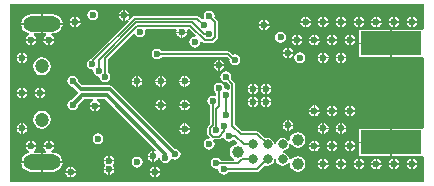
<source format=gbl>
%FSTAX43Y43*%
%MOMM*%
%SFA1B1*%

%IPPOS*%
%ADD12R,5.079990X2.031996*%
%ADD29C,0.150000*%
%ADD31C,0.200000*%
%ADD35C,0.999998*%
%ADD36C,1.199998*%
%ADD37O,3.199994X1.299997*%
%ADD38C,0.599999*%
%ADD46C,0.799998*%
%ADD47C,0.349999*%
%LNzooidreceiverpcb-1*%
%LPD*%
G36*
X0034999Y0012981D02*
X0034939Y0012856D01*
X0034849*
X0032324*
Y001169*
Y0010524*
X0034849*
X0034939*
X0034999Y0010399*
Y0004599*
X0034939Y0004474*
X0034849*
X0032324*
Y0003308*
Y0002142*
X0034849*
X0034939*
X0034999Y0002017*
Y0*
X0*
Y0014999*
X0034999*
Y0012981*
G37*
%LNzooidreceiverpcb-2*%
%LPC*%
G36*
X0001074Y0004943D02*
Y0004574D01*
X0001443*
X0001423Y0004675*
X0001323Y0004823*
X0001175Y0004923*
X0001074Y0004943*
G37*
G36*
X0026424D02*
X0026323Y0004923D01*
X0026175Y0004823*
X0026075Y0004675*
X0026055Y0004574*
X0026424*
Y0004943*
G37*
G36*
X0026574D02*
Y0004574D01*
X0026943*
X0026923Y0004675*
X0026823Y0004823*
X0026675Y0004923*
X0026574Y0004943*
G37*
G36*
X0000924D02*
X0000823Y0004923D01*
X0000675Y0004823*
X0000575Y0004675*
X0000555Y0004574*
X0000924*
Y0004943*
G37*
G36*
X0002674Y0006014D02*
X0002381Y0005956D01*
X0002133Y000579*
X0001968Y0005542*
X0001909Y0005249*
X0001968Y0004956*
X0002133Y0004708*
X0002381Y0004543*
X0002674Y0004484*
X0002967Y0004543*
X0003215Y0004708*
X000338Y0004956*
X0003439Y0005249*
X000338Y0005542*
X0003215Y000579*
X0002967Y0005956*
X0002674Y0006014*
G37*
G36*
X0014674Y0004918D02*
X0014573Y0004898D01*
X0014425Y0004798*
X0014325Y000465*
X0014305Y0004549*
X0014674*
Y0004918*
G37*
G36*
X0014824D02*
Y0004549D01*
X0015193*
X0015173Y000465*
X0015073Y0004798*
X0014925Y0004898*
X0014824Y0004918*
G37*
G36*
X0025674Y0005924D02*
X0025305D01*
X0025325Y0005823*
X0025425Y0005675*
X0025573Y0005575*
X0025674Y0005555*
Y0005924*
G37*
G36*
X0026193D02*
X0025824D01*
Y0005555*
X0025925Y0005575*
X0026073Y0005675*
X0026173Y0005823*
X0026193Y0005924*
G37*
G36*
X0027174D02*
X0026805D01*
X0026825Y0005823*
X0026925Y0005675*
X0027073Y0005575*
X0027174Y0005555*
Y0005924*
G37*
G36*
X0023574Y0005193D02*
Y0004824D01*
X0023943*
X0023923Y0004925*
X0023823Y0005073*
X0023675Y0005173*
X0023574Y0005193*
G37*
G36*
X0027924Y0004943D02*
X0027823Y0004923D01*
X0027675Y0004823*
X0027575Y0004675*
X0027555Y0004574*
X0027924*
Y0004943*
G37*
G36*
X0028074D02*
Y0004574D01*
X0028443*
X0028423Y0004675*
X0028323Y0004823*
X0028175Y0004923*
X0028074Y0004943*
G37*
G36*
X0023424Y0005193D02*
X0023323Y0005173D01*
X0023175Y0005073*
X0023075Y0004925*
X0023055Y0004824*
X0023424*
Y0005193*
G37*
G36*
X0023943Y0004674D02*
X0023574D01*
Y0004305*
X0023675Y0004325*
X0023823Y0004425*
X0023923Y0004573*
X0023943Y0004674*
G37*
G36*
X0032174Y0004474D02*
X0029559D01*
Y0003383*
X0032174*
Y0004474*
G37*
G36*
X0014674Y0004399D02*
X0014305D01*
X0014325Y0004298*
X0014425Y000415*
X0014573Y000405*
X0014674Y000403*
Y0004399*
G37*
G36*
X0015193D02*
X0014824D01*
Y000403*
X0014925Y000405*
X0015073Y000415*
X0015173Y0004298*
X0015193Y0004399*
G37*
G36*
X0007424Y0004083D02*
X0007248Y0004048D01*
X00071Y0003948*
X0007Y00038*
X0006965Y0003624*
X0007Y0003448*
X00071Y00033*
X0007248Y00032*
X0007424Y0003165*
X00076Y00032*
X0007748Y00033*
X0007848Y0003448*
X0007883Y0003624*
X0007848Y00038*
X0007748Y0003948*
X00076Y0004048*
X0007424Y0004083*
G37*
G36*
X0027324Y0003443D02*
Y0003074D01*
X0027693*
X0027673Y0003175*
X0027573Y0003323*
X0027425Y0003423*
X0027324Y0003443*
G37*
G36*
X0028674D02*
X0028573Y0003423D01*
X0028425Y0003323*
X0028325Y0003175*
X0028305Y0003074*
X0028674*
Y0003443*
G37*
G36*
X0028824D02*
Y0003074D01*
X0029193*
X0029173Y0003175*
X0029073Y0003323*
X0028925Y0003423*
X0028824Y0003443*
G37*
G36*
X0027924Y0004424D02*
X0027555D01*
X0027575Y0004323*
X0027675Y0004175*
X0027823Y0004075*
X0027924Y0004055*
Y0004424*
G37*
G36*
X0028443D02*
X0028074D01*
Y0004055*
X0028175Y0004075*
X0028323Y0004175*
X0028423Y0004323*
X0028443Y0004424*
G37*
G36*
X0023424Y0004674D02*
X0023055D01*
X0023075Y0004573*
X0023175Y0004425*
X0023323Y0004325*
X0023424Y0004305*
Y0004674*
G37*
G36*
X0026943Y0004424D02*
X0026574D01*
Y0004055*
X0026675Y0004075*
X0026823Y0004175*
X0026923Y0004323*
X0026943Y0004424*
G37*
G36*
X0000924D02*
X0000555D01*
X0000575Y0004323*
X0000675Y0004175*
X0000823Y0004075*
X0000924Y0004055*
Y0004424*
G37*
G36*
X0001443D02*
X0001074D01*
Y0004055*
X0001175Y0004075*
X0001323Y0004175*
X0001423Y0004323*
X0001443Y0004424*
G37*
G36*
X0026424D02*
X0026055D01*
X0026075Y0004323*
X0026175Y0004175*
X0026323Y0004075*
X0026424Y0004055*
Y0004424*
G37*
G36*
X0027693Y0005924D02*
X0027324D01*
Y0005555*
X0027425Y0005575*
X0027573Y0005675*
X0027673Y0005823*
X0027693Y0005924*
G37*
G36*
X0012799Y0006918D02*
Y0006549D01*
X0013168*
X0013148Y000665*
X0013048Y0006798*
X00129Y0006898*
X0012799Y0006918*
G37*
G36*
X0014674D02*
X0014573Y0006898D01*
X0014425Y0006798*
X0014325Y000665*
X0014305Y0006549*
X0014674*
Y0006918*
G37*
G36*
X0014824D02*
Y0006549D01*
X0015193*
X0015173Y000665*
X0015073Y0006798*
X0014925Y0006898*
X0014824Y0006918*
G37*
G36*
X0012649D02*
X0012548Y0006898D01*
X00124Y0006798*
X00123Y000665*
X001228Y0006549*
X0012649*
Y0006918*
G37*
G36*
X0020993Y0006699D02*
X0020624D01*
Y000633*
X0020725Y000635*
X0020873Y000645*
X0020973Y0006598*
X0020993Y0006699*
G37*
G36*
X0021574D02*
X0021205D01*
X0021225Y0006598*
X0021325Y000645*
X0021473Y000635*
X0021574Y000633*
Y0006699*
G37*
G36*
X0022093D02*
X0021724D01*
Y000633*
X0021825Y000635*
X0021973Y000645*
X0022073Y0006598*
X0022093Y0006699*
G37*
G36*
X0000924Y0007424D02*
X0000555D01*
X0000575Y0007323*
X0000675Y0007175*
X0000823Y0007075*
X0000924Y0007055*
Y0007424*
G37*
G36*
X0001443D02*
X0001074D01*
Y0007055*
X0001175Y0007075*
X0001323Y0007175*
X0001423Y0007323*
X0001443Y0007424*
G37*
G36*
X0002424D02*
X0002055D01*
X0002075Y0007323*
X0002175Y0007175*
X0002323Y0007075*
X0002424Y0007055*
Y0007424*
G37*
G36*
X0021724Y0007218D02*
Y0006849D01*
X0022093*
X0022073Y000695*
X0021973Y0007098*
X0021825Y0007198*
X0021724Y0007218*
G37*
G36*
X0020474D02*
X0020373Y0007198D01*
X0020225Y0007098*
X0020125Y000695*
X0020105Y0006849*
X0020474*
Y0007218*
G37*
G36*
X0020624D02*
Y0006849D01*
X0020993*
X0020973Y000695*
X0020873Y0007098*
X0020725Y0007198*
X0020624Y0007218*
G37*
G36*
X0021574D02*
X0021473Y0007198D01*
X0021325Y0007098*
X0021225Y000695*
X0021205Y0006849*
X0021574*
Y0007218*
G37*
G36*
X0020474Y0006699D02*
X0020105D01*
X0020125Y0006598*
X0020225Y000645*
X0020373Y000635*
X0020474Y000633*
Y0006699*
G37*
G36*
X0012649Y0006399D02*
X001228D01*
X00123Y0006298*
X00124Y000615*
X0012548Y000605*
X0012649Y000603*
Y0006399*
G37*
G36*
X0013168D02*
X0012799D01*
Y000603*
X00129Y000605*
X0013048Y000615*
X0013148Y0006298*
X0013168Y0006399*
G37*
G36*
X0014674D02*
X0014305D01*
X0014325Y0006298*
X0014425Y000615*
X0014573Y000605*
X0014674Y000603*
Y0006399*
G37*
G36*
X0007618Y0006324D02*
X0007249D01*
Y0005955*
X000735Y0005975*
X0007498Y0006075*
X0007598Y0006223*
X0007618Y0006324*
G37*
G36*
X0028674Y0005924D02*
X0028305D01*
X0028325Y0005823*
X0028425Y0005675*
X0028573Y0005575*
X0028674Y0005555*
Y0005924*
G37*
G36*
X0029193D02*
X0028824D01*
Y0005555*
X0028925Y0005575*
X0029073Y0005675*
X0029173Y0005823*
X0029193Y0005924*
G37*
G36*
X0007099Y0006324D02*
X000673D01*
X000675Y0006223*
X000685Y0006075*
X0006998Y0005975*
X0007099Y0005955*
Y0006324*
G37*
G36*
X0027324Y0006443D02*
Y0006074D01*
X0027693*
X0027673Y0006175*
X0027573Y0006323*
X0027425Y0006423*
X0027324Y0006443*
G37*
G36*
X0028674D02*
X0028573Y0006423D01*
X0028425Y0006323*
X0028325Y0006175*
X0028305Y0006074*
X0028674*
Y0006443*
G37*
G36*
X0028824D02*
Y0006074D01*
X0029193*
X0029173Y0006175*
X0029073Y0006323*
X0028925Y0006423*
X0028824Y0006443*
G37*
G36*
X0027174D02*
X0027073Y0006423D01*
X0026925Y0006323*
X0026825Y0006175*
X0026805Y0006074*
X0027174*
Y0006443*
G37*
G36*
X0015193Y0006399D02*
X0014824D01*
Y000603*
X0014925Y000605*
X0015073Y000615*
X0015173Y0006298*
X0015193Y0006399*
G37*
G36*
X0025674Y0006443D02*
X0025573Y0006423D01*
X0025425Y0006323*
X0025325Y0006175*
X0025305Y0006074*
X0025674*
Y0006443*
G37*
G36*
X0025824D02*
Y0006074D01*
X0026193*
X0026173Y0006175*
X0026073Y0006323*
X0025925Y0006423*
X0025824Y0006443*
G37*
G36*
X0031443Y0001424D02*
X0031074D01*
Y0001055*
X0031175Y0001075*
X0031323Y0001175*
X0031423Y0001323*
X0031443Y0001424*
G37*
G36*
X0032424D02*
X0032055D01*
X0032075Y0001323*
X0032175Y0001175*
X0032323Y0001075*
X0032424Y0001055*
Y0001424*
G37*
G36*
X0032943D02*
X0032574D01*
Y0001055*
X0032675Y0001075*
X0032823Y0001175*
X0032923Y0001323*
X0032943Y0001424*
G37*
G36*
X0030924D02*
X0030555D01*
X0030575Y0001323*
X0030675Y0001175*
X0030823Y0001075*
X0030924Y0001055*
Y0001424*
G37*
G36*
X0028443D02*
X0028074D01*
Y0001055*
X0028175Y0001075*
X0028323Y0001175*
X0028423Y0001323*
X0028443Y0001424*
G37*
G36*
X0029424D02*
X0029055D01*
X0029075Y0001323*
X0029175Y0001175*
X0029323Y0001075*
X0029424Y0001055*
Y0001424*
G37*
G36*
X0029943D02*
X0029574D01*
Y0001055*
X0029675Y0001075*
X0029823Y0001175*
X0029923Y0001323*
X0029943Y0001424*
G37*
G36*
X0026424Y0001943D02*
X0026323Y0001923D01*
X0026175Y0001823*
X0026075Y0001675*
X0026055Y0001574*
X0026424*
Y0001943*
G37*
G36*
X0026574D02*
Y0001574D01*
X0026943*
X0026923Y0001675*
X0026823Y0001823*
X0026675Y0001923*
X0026574Y0001943*
G37*
G36*
X0027924D02*
X0027823Y0001923D01*
X0027675Y0001823*
X0027575Y0001675*
X0027555Y0001574*
X0027924*
Y0001943*
G37*
G36*
X0010749Y0002108D02*
X0010573Y0002073D01*
X0010425Y0001973*
X0010325Y0001825*
X001029Y0001649*
X0010325Y0001473*
X0010425Y0001325*
X0010573Y0001225*
X0010749Y000119*
X0010925Y0001225*
X0011073Y0001325*
X0011173Y0001473*
X0011208Y0001649*
X0011173Y0001825*
X0011073Y0001973*
X0010925Y0002073*
X0010749Y0002108*
G37*
G36*
X0033924Y0001424D02*
X0033555D01*
X0033575Y0001323*
X0033675Y0001175*
X0033823Y0001075*
X0033924Y0001055*
Y0001424*
G37*
G36*
X0034443D02*
X0034074D01*
Y0001055*
X0034175Y0001075*
X0034323Y0001175*
X0034423Y0001323*
X0034443Y0001424*
G37*
G36*
X0008793Y0001699D02*
X0007905D01*
X0007925Y0001598*
X0008025Y000145*
Y0001348*
X0007925Y00012*
X0007905Y0001099*
X0008793*
X0008773Y00012*
X0008673Y0001348*
Y000145*
X0008773Y0001598*
X0008793Y0001699*
G37*
G36*
X0027924Y0001424D02*
X0027555D01*
X0027575Y0001323*
X0027675Y0001175*
X0027823Y0001075*
X0027924Y0001055*
Y0001424*
G37*
G36*
X0008274Y0000949D02*
X0007905D01*
X0007925Y0000848*
X0008025Y00007*
X0008173Y00006*
X0008274Y000058*
Y0000949*
G37*
G36*
X0008793D02*
X0008424D01*
Y000058*
X0008525Y00006*
X0008673Y00007*
X0008773Y0000848*
X0008793Y0000949*
G37*
G36*
X0002599Y0001574D02*
X0000927D01*
X0000945Y000144*
X0001025Y0001246*
X0001153Y0001078*
X0001321Y000095*
X0001515Y000087*
X0001724Y0000842*
X0002599*
Y0001574*
G37*
G36*
X0005543Y0000724D02*
X0005174D01*
Y0000355*
X0005275Y0000375*
X0005423Y0000475*
X0005523Y0000623*
X0005543Y0000724*
G37*
G36*
X0012174D02*
X0011805D01*
X0011825Y0000623*
X0011925Y0000475*
X0012073Y0000375*
X0012174Y0000355*
Y0000724*
G37*
G36*
X0012693D02*
X0012324D01*
Y0000355*
X0012425Y0000375*
X0012573Y0000475*
X0012673Y0000623*
X0012693Y0000724*
G37*
G36*
X0005024D02*
X0004655D01*
X0004675Y0000623*
X0004775Y0000475*
X0004923Y0000375*
X0005024Y0000355*
Y0000724*
G37*
G36*
X0005174Y0001243D02*
Y0000874D01*
X0005543*
X0005523Y0000975*
X0005423Y0001123*
X0005275Y0001223*
X0005174Y0001243*
G37*
G36*
X0026424Y0001424D02*
X0026055D01*
X0026075Y0001323*
X0026175Y0001175*
X0026323Y0001075*
X0026424Y0001055*
Y0001424*
G37*
G36*
X0026943D02*
X0026574D01*
Y0001055*
X0026675Y0001075*
X0026823Y0001175*
X0026923Y0001323*
X0026943Y0001424*
G37*
G36*
X0005024Y0001243D02*
X0004923Y0001223D01*
X0004775Y0001123*
X0004675Y0000975*
X0004655Y0000874*
X0005024*
Y0001243*
G37*
G36*
X0004421Y0001574D02*
X0002749D01*
Y0000842*
X0003624*
X0003833Y000087*
X0004027Y000095*
X0004195Y0001078*
X0004323Y0001246*
X0004403Y000144*
X0004421Y0001574*
G37*
G36*
X0012174Y0001243D02*
X0012073Y0001223D01*
X0011925Y0001123*
X0011825Y0000975*
X0011805Y0000874*
X0012174*
Y0001243*
G37*
G36*
X0012324D02*
Y0000874D01*
X0012693*
X0012673Y0000975*
X0012573Y0001123*
X0012425Y0001223*
X0012324Y0001243*
G37*
G36*
X0028074Y0001943D02*
Y0001574D01*
X0028443*
X0028423Y0001675*
X0028323Y0001823*
X0028175Y0001923*
X0028074Y0001943*
G37*
G36*
X0028674Y0002924D02*
X0028305D01*
X0028325Y0002823*
X0028425Y0002675*
X0028573Y0002575*
X0028674Y0002555*
Y0002924*
G37*
G36*
X0029193D02*
X0028824D01*
Y0002555*
X0028925Y0002575*
X0029073Y0002675*
X0029173Y0002823*
X0029193Y0002924*
G37*
G36*
X0005274Y0008958D02*
X0005098Y0008923D01*
X000495Y0008823*
X000485Y0008675*
X0004815Y0008499*
X000485Y0008323*
X000495Y0008175*
X0005098Y0008075*
X0005262Y0008043*
X0005732Y0007572*
X0005745Y0007439*
X0005262Y0006955*
X0005098Y0006923*
X000495Y0006823*
X000485Y0006675*
X0004815Y0006499*
X000485Y0006323*
X000495Y0006175*
X0005098Y0006075*
X0005274Y000604*
X000545Y0006075*
X0005598Y0006175*
X0005698Y0006323*
X000573Y0006487*
X0006219Y0006975*
X0006995*
X000701Y0006825*
X0006998Y0006823*
X000685Y0006723*
X000675Y0006575*
X000673Y0006474*
X0007618*
X0007598Y0006575*
X0007498Y0006723*
X000735Y0006823*
X0007338Y0006825*
X0007353Y0006975*
X0008024*
X0012305Y0002694*
X0012231Y0002557*
X0012174Y0002568*
Y0002124*
Y000168*
X0012275Y00017*
X0012423Y00018*
X0012523Y0001948*
X0012525Y0001959*
X0012678*
X00127Y0001848*
X00128Y00017*
X0012948Y00016*
X0013124Y0001565*
X00133Y00016*
X0013448Y00017*
X0013548Y0001848*
X0013714Y0001915*
X0013773Y0001875*
X0013949Y000184*
X0014125Y0001875*
X0014273Y0001975*
X0014373Y0002123*
X0014408Y0002299*
X0014373Y0002475*
X0014273Y0002623*
X0014125Y0002723*
X0013961Y0002755*
X0008676Y0008041*
X0008568Y0008113*
X0008547Y0008117*
X0008442Y0008138*
X0006104*
X000573Y0008511*
X0005698Y0008675*
X0005598Y0008823*
X000545Y0008923*
X0005274Y0008958*
G37*
G36*
X0027693Y0002924D02*
X0027324D01*
Y0002555*
X0027425Y0002575*
X0027573Y0002675*
X0027673Y0002823*
X0027693Y0002924*
G37*
G36*
X0025674D02*
X0025305D01*
X0025325Y0002823*
X0025425Y0002675*
X0025573Y0002575*
X0025674Y0002555*
Y0002924*
G37*
G36*
X0026193D02*
X0025824D01*
Y0002555*
X0025925Y0002575*
X0026073Y0002675*
X0026173Y0002823*
X0026193Y0002924*
G37*
G36*
X0027174D02*
X0026805D01*
X0026825Y0002823*
X0026925Y0002675*
X0027073Y0002575*
X0027174Y0002555*
Y0002924*
G37*
G36*
X0025674Y0003443D02*
X0025573Y0003423D01*
X0025425Y0003323*
X0025325Y0003175*
X0025305Y0003074*
X0025674*
Y0003443*
G37*
G36*
X0025824D02*
Y0003074D01*
X0026193*
X0026173Y0003175*
X0026073Y0003323*
X0025925Y0003423*
X0025824Y0003443*
G37*
G36*
X0027174D02*
X0027073Y0003423D01*
X0026925Y0003323*
X0026825Y0003175*
X0026805Y0003074*
X0027174*
Y0003443*
G37*
G36*
X0003324D02*
Y0003074D01*
X0003693*
X0003673Y0003175*
X0003573Y0003323*
X0003425Y0003423*
X0003324Y0003443*
G37*
G36*
X0001674D02*
X0001573Y0003423D01*
X0001425Y0003323*
X0001325Y0003175*
X0001305Y0003074*
X0001674*
Y0003443*
G37*
G36*
X0001824D02*
Y0003074D01*
X0002193*
X0002173Y0003175*
X0002073Y0003323*
X0001925Y0003423*
X0001824Y0003443*
G37*
G36*
X0003174D02*
X0003073Y0003423D01*
X0002925Y0003323*
X0002825Y0003175*
X0002805Y0003074*
X0003174*
Y0003443*
G37*
G36*
X0012024Y0002568D02*
X0011923Y0002548D01*
X0011775Y0002448*
X0011675Y00023*
X0011655Y0002199*
X0012024*
Y0002568*
G37*
G36*
X0032424Y0001943D02*
X0032323Y0001923D01*
X0032175Y0001823*
X0032075Y0001675*
X0032055Y0001574*
X0032424*
Y0001943*
G37*
G36*
X0032574D02*
Y0001574D01*
X0032943*
X0032923Y0001675*
X0032823Y0001823*
X0032675Y0001923*
X0032574Y0001943*
G37*
G36*
X0033924D02*
X0033823Y0001923D01*
X0033675Y0001823*
X0033575Y0001675*
X0033555Y0001574*
X0033924*
Y0001943*
G37*
G36*
X0031074D02*
Y0001574D01*
X0031443*
X0031423Y0001675*
X0031323Y0001823*
X0031175Y0001923*
X0031074Y0001943*
G37*
G36*
X0029424D02*
X0029323Y0001923D01*
X0029175Y0001823*
X0029075Y0001675*
X0029055Y0001574*
X0029424*
Y0001943*
G37*
G36*
X0029574D02*
Y0001574D01*
X0029943*
X0029923Y0001675*
X0029823Y0001823*
X0029675Y0001923*
X0029574Y0001943*
G37*
G36*
X0030924D02*
X0030823Y0001923D01*
X0030675Y0001823*
X0030575Y0001675*
X0030555Y0001574*
X0030924*
Y0001943*
G37*
G36*
X0008274Y0002218D02*
X0008173Y0002198D01*
X0008025Y0002098*
X0007925Y000195*
X0007905Y0001849*
X0008274*
Y0002218*
G37*
G36*
X0008424D02*
Y0001849D01*
X0008793*
X0008773Y000195*
X0008673Y0002098*
X0008525Y0002198*
X0008424Y0002218*
G37*
G36*
X0032174Y0003233D02*
X0029559D01*
Y0002142*
X0032174*
Y0003233*
G37*
G36*
X0003693Y0002924D02*
X0002805D01*
X0002825Y0002823*
X0002925Y0002675*
X0003027Y0002606*
X0002982Y0002456*
X0002749*
Y0001724*
X0004421*
X0004403Y0001858*
X0004323Y0002052*
X0004195Y000222*
X0004027Y0002348*
X0003833Y0002428*
X0003624Y0002456*
X0003516*
X0003471Y0002606*
X0003573Y0002675*
X0003673Y0002823*
X0003693Y0002924*
G37*
G36*
X0034074Y0001943D02*
Y0001574D01*
X0034443*
X0034423Y0001675*
X0034323Y0001823*
X0034175Y0001923*
X0034074Y0001943*
G37*
G36*
X0012024Y0002049D02*
X0011655D01*
X0011675Y0001948*
X0011775Y00018*
X0011923Y00017*
X0012024Y000168*
Y0002049*
G37*
G36*
X0002193Y0002924D02*
X0001305D01*
X0001325Y0002823*
X0001425Y0002675*
X0001558Y0002585*
X0001561Y0002525*
X0001539Y0002432*
X0001515Y0002428*
X0001321Y0002348*
X0001153Y000222*
X0001025Y0002052*
X0000945Y0001858*
X0000927Y0001724*
X0002599*
Y0002456*
X0002016*
X0001971Y0002606*
X0002073Y0002675*
X0002173Y0002823*
X0002193Y0002924*
G37*
G36*
X0005943Y0013424D02*
X0005574D01*
Y0013055*
X0005675Y0013075*
X0005823Y0013175*
X0005923Y0013323*
X0005943Y0013424*
G37*
G36*
X0024924D02*
X0024555D01*
X0024575Y0013323*
X0024675Y0013175*
X0024823Y0013075*
X0024924Y0013055*
Y0013424*
G37*
G36*
X0025443D02*
X0025074D01*
Y0013055*
X0025175Y0013075*
X0025323Y0013175*
X0025423Y0013323*
X0025443Y0013424*
G37*
G36*
X0005424D02*
X0005055D01*
X0005075Y0013323*
X0005175Y0013175*
X0005323Y0013075*
X0005424Y0013055*
Y0013424*
G37*
G36*
X0014943Y0012549D02*
X0014574D01*
Y001218*
X0014675Y00122*
X0014823Y00123*
X0014923Y0012448*
X0014943Y0012549*
G37*
G36*
X0021424Y0013174D02*
X0021055D01*
X0021075Y0013073*
X0021175Y0012925*
X0021323Y0012825*
X0021424Y0012805*
Y0013174*
G37*
G36*
X0021943D02*
X0021574D01*
Y0012805*
X0021675Y0012825*
X0021823Y0012925*
X0021923Y0013073*
X0021943Y0013174*
G37*
G36*
X0029424Y0013424D02*
X0029055D01*
X0029075Y0013323*
X0029175Y0013175*
X0029323Y0013075*
X0029424Y0013055*
Y0013424*
G37*
G36*
X0029943D02*
X0029574D01*
Y0013055*
X0029675Y0013075*
X0029823Y0013175*
X0029923Y0013323*
X0029943Y0013424*
G37*
G36*
X0030924D02*
X0030555D01*
X0030575Y0013323*
X0030675Y0013175*
X0030823Y0013075*
X0030924Y0013055*
Y0013424*
G37*
G36*
X0028443D02*
X0028074D01*
Y0013055*
X0028175Y0013075*
X0028323Y0013175*
X0028423Y0013323*
X0028443Y0013424*
G37*
G36*
X0026424D02*
X0026055D01*
X0026075Y0013323*
X0026175Y0013175*
X0026323Y0013075*
X0026424Y0013055*
Y0013424*
G37*
G36*
X0026943D02*
X0026574D01*
Y0013055*
X0026675Y0013075*
X0026823Y0013175*
X0026923Y0013323*
X0026943Y0013424*
G37*
G36*
X0027924D02*
X0027555D01*
X0027575Y0013323*
X0027675Y0013175*
X0027823Y0013075*
X0027924Y0013055*
Y0013424*
G37*
G36*
X0014424Y0012549D02*
X0014055D01*
X0014075Y0012448*
X0014175Y00123*
X0014323Y00122*
X0014424Y001218*
Y0012549*
G37*
G36*
X0002599Y0013274D02*
X0000927D01*
X0000945Y001314*
X0001025Y0012946*
X0001153Y0012778*
X0001321Y001265*
X0001515Y001257*
X0001539Y0012566*
X0001561Y0012472*
X0001558Y0012413*
X0001425Y0012323*
X0001325Y0012175*
X0001305Y0012074*
X0002193*
X0002173Y0012175*
X0002073Y0012323*
X0001971Y0012392*
X0002016Y0012542*
X0002599*
Y0013274*
G37*
G36*
X0004421D02*
X0002749D01*
Y0012542*
X0002982*
X0003027Y0012392*
X0002925Y0012323*
X0002825Y0012175*
X0002805Y0012074*
X0003693*
X0003673Y0012175*
X0003573Y0012323*
X0003471Y0012392*
X0003516Y0012542*
X0003624*
X0003833Y001257*
X0004027Y001265*
X0004195Y0012778*
X0004323Y0012946*
X0004403Y001314*
X0004421Y0013274*
G37*
G36*
X0024174Y0012443D02*
X0024073Y0012423D01*
X0023925Y0012323*
X0023825Y0012175*
X0023805Y0012074*
X0024174*
Y0012443*
G37*
G36*
X0032174Y0012856D02*
X0029559D01*
Y0011765*
X0032174*
Y0012856*
G37*
G36*
X0028674Y0011924D02*
X0028305D01*
X0028325Y0011823*
X0028425Y0011675*
X0028573Y0011575*
X0028674Y0011555*
Y0011924*
G37*
G36*
X0029193D02*
X0028824D01*
Y0011555*
X0028925Y0011575*
X0029073Y0011675*
X0029173Y0011823*
X0029193Y0011924*
G37*
G36*
X0022874Y0012658D02*
X0022698Y0012623D01*
X002255Y0012523*
X002245Y0012375*
X0022415Y0012199*
X002245Y0012023*
X002255Y0011875*
X0022698Y0011775*
X0022874Y001174*
X002305Y0011775*
X0023198Y0011875*
X0023298Y0012023*
X0023333Y0012199*
X0023298Y0012375*
X0023198Y0012523*
X002305Y0012623*
X0022874Y0012658*
G37*
G36*
X0027324Y0012443D02*
Y0012074D01*
X0027693*
X0027673Y0012175*
X0027573Y0012323*
X0027425Y0012423*
X0027324Y0012443*
G37*
G36*
X0028674D02*
X0028573Y0012423D01*
X0028425Y0012323*
X0028325Y0012175*
X0028305Y0012074*
X0028674*
Y0012443*
G37*
G36*
X0028824D02*
Y0012074D01*
X0029193*
X0029173Y0012175*
X0029073Y0012323*
X0028925Y0012423*
X0028824Y0012443*
G37*
G36*
X0027174D02*
X0027073Y0012423D01*
X0026925Y0012323*
X0026825Y0012175*
X0026805Y0012074*
X0027174*
Y0012443*
G37*
G36*
X0024324D02*
Y0012074D01*
X0024693*
X0024673Y0012175*
X0024573Y0012323*
X0024425Y0012423*
X0024324Y0012443*
G37*
G36*
X0025674D02*
X0025573Y0012423D01*
X0025425Y0012323*
X0025325Y0012175*
X0025305Y0012074*
X0025674*
Y0012443*
G37*
G36*
X0025824D02*
Y0012074D01*
X0026193*
X0026173Y0012175*
X0026073Y0012323*
X0025925Y0012423*
X0025824Y0012443*
G37*
G36*
X0031443Y0013424D02*
X0031074D01*
Y0013055*
X0031175Y0013075*
X0031323Y0013175*
X0031423Y0013323*
X0031443Y0013424*
G37*
G36*
X0031074Y0013943D02*
Y0013574D01*
X0031443*
X0031423Y0013675*
X0031323Y0013823*
X0031175Y0013923*
X0031074Y0013943*
G37*
G36*
X0032424D02*
X0032323Y0013923D01*
X0032175Y0013823*
X0032075Y0013675*
X0032055Y0013574*
X0032424*
Y0013943*
G37*
G36*
X0032574D02*
Y0013574D01*
X0032943*
X0032923Y0013675*
X0032823Y0013823*
X0032675Y0013923*
X0032574Y0013943*
G37*
G36*
X0030924D02*
X0030823Y0013923D01*
X0030675Y0013823*
X0030575Y0013675*
X0030555Y0013574*
X0030924*
Y0013943*
G37*
G36*
X0028074D02*
Y0013574D01*
X0028443*
X0028423Y0013675*
X0028323Y0013823*
X0028175Y0013923*
X0028074Y0013943*
G37*
G36*
X0029424D02*
X0029323Y0013923D01*
X0029175Y0013823*
X0029075Y0013675*
X0029055Y0013574*
X0029424*
Y0013943*
G37*
G36*
X0029574D02*
Y0013574D01*
X0029943*
X0029923Y0013675*
X0029823Y0013823*
X0029675Y0013923*
X0029574Y0013943*
G37*
G36*
X0016839Y0014468D02*
X0016663Y0014433D01*
X0016515Y0014333*
X0016415Y0014185*
X001638Y0014009*
X0016406Y0013881*
X001631Y0013741*
X0016195Y0013727*
X0015976Y0013946*
X0015902Y0013996*
X0015814Y0014013*
X0010513*
X0010425Y0013996*
X0010351Y0013946*
X0010078Y0013673*
X000998Y0013753*
X0009969Y0013763*
X0009963Y0013767*
X0009962Y0013769*
X0010012Y0013845*
X0010014Y0013848*
X0010048Y0013898*
X0010068Y0013999*
X0009699*
Y001363*
X00098Y001365*
X000985Y0013684*
X0009853Y0013686*
X0009929Y0013736*
X0009931Y0013735*
X0009935Y0013729*
X0009945Y0013718*
X0010025Y001362*
X0006787Y0010382*
X0006782Y0010375*
X0006773Y0010373*
X0006625Y0010273*
X0006525Y0010125*
X000649Y0009949*
X0006525Y0009773*
X0006625Y0009625*
X0006773Y0009525*
X0006883Y0009503*
X0006987Y0009422*
X0007024Y0009352*
X000705Y0009223*
X000715Y0009075*
X0007298Y0008975*
X0007408Y0008953*
X0007512Y0008872*
X0007549Y0008802*
X0007575Y0008673*
X0007675Y0008525*
X0007823Y0008425*
X0007999Y000839*
X0008175Y0008425*
X0008323Y0008525*
X0008423Y0008673*
X0008458Y0008849*
X0008423Y0009025*
X0008323Y0009173*
X0008228Y0009237*
Y0010326*
X0010409Y0012507*
X0010572Y0012458*
X0010655Y0012335*
X0010803Y0012235*
X0010979Y00122*
X0011155Y0012235*
X0011303Y0012335*
X0011403Y0012483*
X0011438Y0012659*
X0011409Y0012805*
X0011489Y0012955*
X0013998*
X0014078Y0012805*
X0014075Y00128*
X0014055Y0012699*
X0014943*
X0014923Y00128*
X0014919Y0012805*
X0015Y0012955*
X0015152*
X0015715Y0012392*
X0015641Y0012253*
X0015619Y0012258*
X0015443Y0012223*
X0015295Y0012123*
X0015195Y0011975*
X001516Y0011799*
X0015195Y0011623*
X0015295Y0011475*
X0015443Y0011375*
X0015619Y001134*
X0015795Y0011375*
X0015943Y0011475*
X0016043Y0011623*
X0016078Y0011799*
X0016073Y0011821*
X0016212Y0011895*
X0016315Y0011792*
X0016389Y0011742*
X0016404Y0011739*
X0016477Y0011725*
X0017056*
X0017144Y0011742*
X0017219Y0011792*
X0017526Y0012099*
X0017576Y0012174*
X0017593Y0012262*
Y0013484*
X0017576Y0013572*
X0017526Y0013646*
X0017276Y0013897*
X0017298Y0014009*
X0017263Y0014185*
X0017163Y0014333*
X0017015Y0014433*
X0016839Y0014468*
G37*
G36*
X0009549Y0014518D02*
X0009448Y0014498D01*
X00093Y0014398*
X00092Y001425*
X000918Y0014149*
X0009549*
Y0014518*
G37*
G36*
X0009699D02*
Y0014149D01*
X0010068*
X0010048Y001425*
X0009948Y0014398*
X00098Y0014498*
X0009699Y0014518*
G37*
G36*
X0006974Y0014558D02*
X0006798Y0014523D01*
X000665Y0014423*
X000655Y0014275*
X0006515Y0014099*
X000655Y0013923*
X000665Y0013775*
X0006798Y0013675*
X0006974Y001364*
X000715Y0013675*
X0007298Y0013775*
X0007398Y0013923*
X0007433Y0014099*
X0007398Y0014275*
X0007298Y0014423*
X000715Y0014523*
X0006974Y0014558*
G37*
G36*
X0033924Y0013943D02*
X0033823Y0013923D01*
X0033675Y0013823*
X0033575Y0013675*
X0033555Y0013574*
X0033924*
Y0013943*
G37*
G36*
X0034074D02*
Y0013574D01*
X0034443*
X0034423Y0013675*
X0034323Y0013823*
X0034175Y0013923*
X0034074Y0013943*
G37*
G36*
X0009549Y0013999D02*
X000918D01*
X00092Y0013898*
X00093Y001375*
X0009448Y001365*
X0009549Y001363*
Y0013999*
G37*
G36*
X0027924Y0013943D02*
X0027823Y0013923D01*
X0027675Y0013823*
X0027575Y0013675*
X0027555Y0013574*
X0027924*
Y0013943*
G37*
G36*
X0021424Y0013693D02*
X0021323Y0013673D01*
X0021175Y0013573*
X0021075Y0013425*
X0021055Y0013324*
X0021424*
Y0013693*
G37*
G36*
X0021574D02*
Y0013324D01*
X0021943*
X0021923Y0013425*
X0021823Y0013573*
X0021675Y0013673*
X0021574Y0013693*
G37*
G36*
X0002599Y0014156D02*
X0001724D01*
X0001515Y0014128*
X0001321Y0014048*
X0001153Y001392*
X0001025Y0013752*
X0000945Y0013558*
X0000927Y0013424*
X0002599*
Y0014156*
G37*
G36*
X0034443Y0013424D02*
X0034074D01*
Y0013055*
X0034175Y0013075*
X0034323Y0013175*
X0034423Y0013323*
X0034443Y0013424*
G37*
G36*
X0032424D02*
X0032055D01*
X0032075Y0013323*
X0032175Y0013175*
X0032323Y0013075*
X0032424Y0013055*
Y0013424*
G37*
G36*
X0032943D02*
X0032574D01*
Y0013055*
X0032675Y0013075*
X0032823Y0013175*
X0032923Y0013323*
X0032943Y0013424*
G37*
G36*
X0033924D02*
X0033555D01*
X0033575Y0013323*
X0033675Y0013175*
X0033823Y0013075*
X0033924Y0013055*
Y0013424*
G37*
G36*
X0025074Y0013943D02*
Y0013574D01*
X0025443*
X0025423Y0013675*
X0025323Y0013823*
X0025175Y0013923*
X0025074Y0013943*
G37*
G36*
X0026424D02*
X0026323Y0013923D01*
X0026175Y0013823*
X0026075Y0013675*
X0026055Y0013574*
X0026424*
Y0013943*
G37*
G36*
X0026574D02*
Y0013574D01*
X0026943*
X0026923Y0013675*
X0026823Y0013823*
X0026675Y0013923*
X0026574Y0013943*
G37*
G36*
X0024924D02*
X0024823Y0013923D01*
X0024675Y0013823*
X0024575Y0013675*
X0024555Y0013574*
X0024924*
Y0013943*
G37*
G36*
X0003624Y0014156D02*
X0002749D01*
Y0013424*
X0004421*
X0004403Y0013558*
X0004323Y0013752*
X0004195Y001392*
X0004027Y0014048*
X0003833Y0014128*
X0003624Y0014156*
G37*
G36*
X0005424Y0013943D02*
X0005323Y0013923D01*
X0005175Y0013823*
X0005075Y0013675*
X0005055Y0013574*
X0005424*
Y0013943*
G37*
G36*
X0005574D02*
Y0013574D01*
X0005943*
X0005923Y0013675*
X0005823Y0013823*
X0005675Y0013923*
X0005574Y0013943*
G37*
G36*
X0027693Y0011924D02*
X0027324D01*
Y0011555*
X0027425Y0011575*
X0027573Y0011675*
X0027673Y0011823*
X0027693Y0011924*
G37*
G36*
X0015193Y0008399D02*
X0014824D01*
Y000803*
X0014925Y000805*
X0015073Y000815*
X0015173Y0008298*
X0015193Y0008399*
G37*
G36*
X0010649Y0008918D02*
X0010548Y0008898D01*
X00104Y0008798*
X00103Y000865*
X001028Y0008549*
X0010649*
Y0008918*
G37*
G36*
X0010799D02*
Y0008549D01*
X0011168*
X0011148Y000865*
X0011048Y0008798*
X00109Y0008898*
X0010799Y0008918*
G37*
G36*
X0014674Y0008399D02*
X0014305D01*
X0014325Y0008298*
X0014425Y000815*
X0014573Y000805*
X0014674Y000803*
Y0008399*
G37*
G36*
X0011168D02*
X0010799D01*
Y000803*
X00109Y000805*
X0011048Y000815*
X0011148Y0008298*
X0011168Y0008399*
G37*
G36*
X0012649D02*
X001228D01*
X00123Y0008298*
X00124Y000815*
X0012548Y000805*
X0012649Y000803*
Y0008399*
G37*
G36*
X0013168D02*
X0012799D01*
Y000803*
X00129Y000805*
X0013048Y000815*
X0013148Y0008298*
X0013168Y0008399*
G37*
G36*
X0002674Y0010514D02*
X0002381Y0010456D01*
X0002133Y001029*
X0001968Y0010042*
X0001909Y0009749*
X0001968Y0009456*
X0002133Y0009208*
X0002381Y0009043*
X0002674Y0008984*
X0002967Y0009043*
X0003215Y0009208*
X000338Y0009456*
X0003439Y0009749*
X000338Y0010042*
X0003215Y001029*
X0002967Y0010456*
X0002674Y0010514*
G37*
G36*
X0017594Y0009764D02*
X0017225D01*
X0017245Y0009663*
X0017345Y0009515*
X0017493Y0009415*
X0017594Y0009395*
Y0009764*
G37*
G36*
X0018113D02*
X0017744D01*
Y0009395*
X0017845Y0009415*
X0017993Y0009515*
X0018093Y0009663*
X0018113Y0009764*
G37*
G36*
X0014824Y0008918D02*
Y0008549D01*
X0015193*
X0015173Y000865*
X0015073Y0008798*
X0014925Y0008898*
X0014824Y0008918*
G37*
G36*
X0012649D02*
X0012548Y0008898D01*
X00124Y0008798*
X00123Y000865*
X001228Y0008549*
X0012649*
Y0008918*
G37*
G36*
X0012799D02*
Y0008549D01*
X0013168*
X0013148Y000865*
X0013048Y0008798*
X00129Y0008898*
X0012799Y0008918*
G37*
G36*
X0014674D02*
X0014573Y0008898D01*
X0014425Y0008798*
X0014325Y000865*
X0014305Y0008549*
X0014674*
Y0008918*
G37*
G36*
X0010649Y0008399D02*
X001028D01*
X00103Y0008298*
X00104Y000815*
X0010548Y000805*
X0010649Y000803*
Y0008399*
G37*
G36*
X0022093Y0007799D02*
X0021724D01*
Y000743*
X0021825Y000745*
X0021973Y000755*
X0022073Y0007698*
X0022093Y0007799*
G37*
G36*
X0000924Y0007943D02*
X0000823Y0007923D01*
X0000675Y0007823*
X0000575Y0007675*
X0000555Y0007574*
X0000924*
Y0007943*
G37*
G36*
X0001074D02*
Y0007574D01*
X0001443*
X0001423Y0007675*
X0001323Y0007823*
X0001175Y0007923*
X0001074Y0007943*
G37*
G36*
X0021574Y0007799D02*
X0021205D01*
X0021225Y0007698*
X0021325Y000755*
X0021473Y000745*
X0021574Y000743*
Y0007799*
G37*
G36*
X0002943Y0007424D02*
X0002574D01*
Y0007055*
X0002675Y0007075*
X0002823Y0007175*
X0002923Y0007323*
X0002943Y0007424*
G37*
G36*
X0020474Y0007799D02*
X0020105D01*
X0020125Y0007698*
X0020225Y000755*
X0020373Y000745*
X0020474Y000743*
Y0007799*
G37*
G36*
X0020993D02*
X0020624D01*
Y000743*
X0020725Y000745*
X0020873Y000755*
X0020973Y0007698*
X0020993Y0007799*
G37*
G36*
X0020624Y0008318D02*
Y0007949D01*
X0020993*
X0020973Y000805*
X0020873Y0008198*
X0020725Y0008298*
X0020624Y0008318*
G37*
G36*
X0021574D02*
X0021473Y0008298D01*
X0021325Y0008198*
X0021225Y000805*
X0021205Y0007949*
X0021574*
Y0008318*
G37*
G36*
X0021724D02*
Y0007949D01*
X0022093*
X0022073Y000805*
X0021973Y0008198*
X0021825Y0008298*
X0021724Y0008318*
G37*
G36*
X0020474D02*
X0020373Y0008298D01*
X0020225Y0008198*
X0020125Y000805*
X0020105Y0007949*
X0020474*
Y0008318*
G37*
G36*
X0002424Y0007943D02*
X0002323Y0007923D01*
X0002175Y0007823*
X0002075Y0007675*
X0002055Y0007574*
X0002424*
Y0007943*
G37*
G36*
X0002574D02*
Y0007574D01*
X0002943*
X0002923Y0007675*
X0002823Y0007823*
X0002675Y0007923*
X0002574Y0007943*
G37*
G36*
X0018249Y0009328D02*
X0018073Y0009293D01*
X0017925Y0009193*
X0017825Y0009045*
X001779Y0008869*
X0017825Y0008693*
X0017925Y0008545*
X0018073Y0008445*
X0018249Y000841*
X0018319Y0008424*
X0018575Y0008169*
Y000786*
X0018425Y000778*
X0018405Y0007793*
X0018229Y0007828*
X0018126Y000796*
X0018103Y0008075*
X0018003Y0008223*
X0017855Y0008323*
X0017679Y0008358*
X0017503Y0008323*
X0017355Y0008223*
X0017255Y0008075*
X001722Y0007899*
X0017255Y0007723*
X0017355Y0007575*
X0017445Y0007514*
Y0007334*
X0017295Y0007254*
X0017149Y0007283*
X0016973Y0007248*
X0016825Y0007148*
X0016725Y0007*
X001669Y0006824*
X0016725Y0006648*
X0016825Y00065*
X001691Y0006443*
Y0004876*
X0016752Y0004719*
X0016702Y0004644*
X0016685Y0004556*
Y0004084*
X001668Y0004059*
X0016697Y0003971*
X0016747Y0003897*
X0016881Y0003762*
X0016858Y0003683*
X0016818Y0003614*
X0016663Y0003583*
X0016515Y0003483*
X0016415Y0003335*
X001638Y0003159*
X0016415Y0002983*
X0016515Y0002835*
X0016663Y0002735*
X0016839Y00027*
X0017015Y0002735*
X0017163Y0002835*
X0017263Y0002983*
X0017298Y0003159*
X0017263Y0003335*
X0017196Y0003435*
X0017261Y0003583*
X0017262Y0003585*
X0017656*
X0017744Y0003602*
X0017819Y0003652*
X0017934Y0003767*
X0018096Y0003717*
X0018105Y0003673*
X0018205Y0003525*
X0018353Y0003425*
X0018529Y000339*
X0018705Y0003425*
X0018853Y0003525*
X0019027Y0003521*
X0019216Y0003332*
X0019163Y0003173*
X001898Y0003136*
X0018765Y0002993*
X0018622Y0002778*
X0018571Y0002524*
X0018622Y000227*
X0018765Y0002055*
X0018955Y0001928*
X0018944Y0001814*
X001893Y0001778*
X0017812*
X0017748Y0001873*
X00176Y0001973*
X0017424Y0002008*
X0017248Y0001973*
X00171Y0001873*
X0017Y0001725*
X0016965Y0001549*
X0017Y0001373*
X00171Y0001225*
X0017248Y0001125*
X0017424Y000109*
X0017478Y0001101*
X0017615Y0001024*
X001765Y0000848*
X001775Y00007*
X0017898Y00006*
X0018074Y0000565*
X001825Y00006*
X0018398Y00007*
X0018462Y0000795*
X0020882*
X0020969Y0000812*
X0021044Y0000862*
X0021555Y0001374*
X0021559Y0001371*
X0021774Y0001328*
X0021989Y0001371*
X002217Y0001492*
X0022292Y0001674*
X0022335Y0001889*
X0022483*
X0022526Y0001674*
X0022647Y0001492*
X0022829Y0001371*
X0023044Y0001328*
X0023259Y0001371*
X002344Y0001492*
X0023518Y0001609*
X002366Y0001551*
X0023651Y0001508*
X0023702Y0001254*
X0023845Y0001039*
X002406Y0000896*
X0024314Y0000845*
X0024568Y0000896*
X0024783Y0001039*
X0024926Y0001254*
X0024977Y0001508*
X0024926Y0001762*
X0024783Y0001977*
X0024568Y000212*
X0024314Y0002171*
X002406Y000212*
X0023845Y0001977*
X0023745Y0001827*
X0023604Y0001885*
X0023605Y0001889*
X0023562Y0002104*
X002344Y0002286*
X0023259Y0002407*
X0023044Y000245*
Y0002598*
X0023259Y0002641*
X002344Y0002762*
X0023562Y0002944*
X0023605Y0003159*
X0023604Y0003163*
X0023745Y0003221*
X0023845Y0003071*
X002406Y0002928*
X0024314Y0002877*
X0024568Y0002928*
X0024783Y0003071*
X0024926Y0003286*
X0024977Y000354*
X0024926Y0003794*
X0024783Y0004009*
X0024568Y0004152*
X0024314Y0004203*
X002406Y0004152*
X0023845Y0004009*
X0023702Y0003794*
X0023651Y000354*
X002366Y0003497*
X0023518Y0003439*
X002344Y0003556*
X0023259Y0003677*
X0023119Y0003705*
Y0003159*
X0022969*
Y0003705*
X0022829Y0003677*
X0022647Y0003556*
X0022526Y0003374*
X0022483Y0003159*
X0022335*
X0022292Y0003374*
X002217Y0003556*
X0021989Y0003677*
X0021774Y000372*
X0021577Y0003681*
X0021076Y0004181*
X0021002Y0004231*
X0020914Y0004248*
X0019604*
X0019033Y0004819*
Y0008264*
X0019019Y0008337*
X0019016Y0008352*
X0018966Y0008426*
X0018677Y0008715*
X0018708Y0008869*
X0018673Y0009045*
X0018573Y0009193*
X0018425Y0009293*
X0018249Y0009328*
G37*
G36*
X0012424Y0011258D02*
X0012248Y0011223D01*
X00121Y0011123*
X0012Y0010975*
X0011965Y0010799*
X0012Y0010623*
X00121Y0010475*
X0012248Y0010375*
X0012424Y001034*
X00126Y0010375*
X0012748Y0010475*
X0012812Y001057*
X0018334*
X0018556Y0010348*
X001855Y0010319*
X0018585Y0010143*
X0018685Y0009995*
X0018833Y0009895*
X0019009Y000986*
X0019185Y0009895*
X0019333Y0009995*
X0019433Y0010143*
X0019468Y0010319*
X0019433Y0010495*
X0019333Y0010643*
X0019185Y0010743*
X0019009Y0010778*
X0018833Y0010743*
X0018819Y0010733*
X0018591Y0010961*
X0018517Y0011011*
X0018429Y0011028*
X0012812*
X0012748Y0011123*
X00126Y0011223*
X0012424Y0011258*
G37*
G36*
X0023574Y0011318D02*
Y0010949D01*
X0023943*
X0023923Y001105*
X0023823Y0011198*
X0023675Y0011298*
X0023574Y0011318*
G37*
G36*
X0001674Y0011924D02*
X0001305D01*
X0001325Y0011823*
X0001425Y0011675*
X0001573Y0011575*
X0001674Y0011555*
Y0011924*
G37*
G36*
X0002193D02*
X0001824D01*
Y0011555*
X0001925Y0011575*
X0002073Y0011675*
X0002173Y0011823*
X0002193Y0011924*
G37*
G36*
X0023424Y0011318D02*
X0023323Y0011298D01*
X0023175Y0011198*
X0023075Y001105*
X0023055Y0010949*
X0023424*
Y0011318*
G37*
G36*
X0026574Y0010943D02*
Y0010574D01*
X0026943*
X0026923Y0010675*
X0026823Y0010823*
X0026675Y0010923*
X0026574Y0010943*
G37*
G36*
X0027924D02*
X0027823Y0010923D01*
X0027675Y0010823*
X0027575Y0010675*
X0027555Y0010574*
X0027924*
Y0010943*
G37*
G36*
X0028074D02*
Y0010574D01*
X0028443*
X0028423Y0010675*
X0028323Y0010823*
X0028175Y0010923*
X0028074Y0010943*
G37*
G36*
X0025674Y0011924D02*
X0025305D01*
X0025325Y0011823*
X0025425Y0011675*
X0025573Y0011575*
X0025674Y0011555*
Y0011924*
G37*
G36*
X0026193D02*
X0025824D01*
Y0011555*
X0025925Y0011575*
X0026073Y0011675*
X0026173Y0011823*
X0026193Y0011924*
G37*
G36*
X0027174D02*
X0026805D01*
X0026825Y0011823*
X0026925Y0011675*
X0027073Y0011575*
X0027174Y0011555*
Y0011924*
G37*
G36*
X0024693D02*
X0024324D01*
Y0011555*
X0024425Y0011575*
X0024573Y0011675*
X0024673Y0011823*
X0024693Y0011924*
G37*
G36*
X0003174D02*
X0002805D01*
X0002825Y0011823*
X0002925Y0011675*
X0003073Y0011575*
X0003174Y0011555*
Y0011924*
G37*
G36*
X0003693D02*
X0003324D01*
Y0011555*
X0003425Y0011575*
X0003573Y0011675*
X0003673Y0011823*
X0003693Y0011924*
G37*
G36*
X0024174D02*
X0023805D01*
X0023825Y0011823*
X0023925Y0011675*
X0024073Y0011575*
X0024174Y0011555*
Y0011924*
G37*
G36*
X0026424Y0010943D02*
X0026323Y0010923D01*
X0026175Y0010823*
X0026075Y0010675*
X0026055Y0010574*
X0026424*
Y0010943*
G37*
G36*
X0001443Y0010424D02*
X0001074D01*
Y0010055*
X0001175Y0010075*
X0001323Y0010175*
X0001423Y0010323*
X0001443Y0010424*
G37*
G36*
X0026424D02*
X0026055D01*
X0026075Y0010323*
X0026175Y0010175*
X0026323Y0010075*
X0026424Y0010055*
Y0010424*
G37*
G36*
X0026943D02*
X0026574D01*
Y0010055*
X0026675Y0010075*
X0026823Y0010175*
X0026923Y0010323*
X0026943Y0010424*
G37*
G36*
X0000924D02*
X0000555D01*
X0000575Y0010323*
X0000675Y0010175*
X0000823Y0010075*
X0000924Y0010055*
Y0010424*
G37*
G36*
X0017594Y0010283D02*
X0017493Y0010263D01*
X0017345Y0010163*
X0017245Y0010015*
X0017225Y0009914*
X0017594*
Y0010283*
G37*
G36*
X0017744D02*
Y0009914D01*
X0018113*
X0018093Y0010015*
X0017993Y0010163*
X0017845Y0010263*
X0017744Y0010283*
G37*
G36*
X0024499Y0010958D02*
X0024323Y0010923D01*
X0024175Y0010823*
X0024075Y0010675*
X002404Y0010499*
X0024075Y0010323*
X0024175Y0010175*
X0024323Y0010075*
X0024499Y001004*
X0024675Y0010075*
X0024823Y0010175*
X0024923Y0010323*
X0024958Y0010499*
X0024923Y0010675*
X0024823Y0010823*
X0024675Y0010923*
X0024499Y0010958*
G37*
G36*
X0032174Y0011615D02*
X0029559D01*
Y0010524*
X0032174*
Y0011615*
G37*
G36*
X0000924Y0010943D02*
X0000823Y0010923D01*
X0000675Y0010823*
X0000575Y0010675*
X0000555Y0010574*
X0000924*
Y0010943*
G37*
G36*
X0001074D02*
Y0010574D01*
X0001443*
X0001423Y0010675*
X0001323Y0010823*
X0001175Y0010923*
X0001074Y0010943*
G37*
G36*
X0023943Y0010799D02*
X0023574D01*
Y001043*
X0023675Y001045*
X0023823Y001055*
X0023923Y0010698*
X0023943Y0010799*
G37*
G36*
X0027924Y0010424D02*
X0027555D01*
X0027575Y0010323*
X0027675Y0010175*
X0027823Y0010075*
X0027924Y0010055*
Y0010424*
G37*
G36*
X0028443D02*
X0028074D01*
Y0010055*
X0028175Y0010075*
X0028323Y0010175*
X0028423Y0010323*
X0028443Y0010424*
G37*
G36*
X0023424Y0010799D02*
X0023055D01*
X0023075Y0010698*
X0023175Y001055*
X0023323Y001045*
X0023424Y001043*
Y0010799*
G37*
%LNzooidreceiverpcb-3*%
%LPD*%
G54D12*
X0032249Y001169D03*
Y0003308D03*
G54D29*
X0020882Y0001024D02*
X0021747Y0001889D01*
X0018074Y0001024D02*
X0020882D01*
X0010637Y0013484D02*
X0015371D01*
X0016376Y0012479*
X0010513Y0013784D02*
X0015814D01*
X0006949Y0009949D02*
Y001022D01*
X0007999Y0010421D02*
X0010762Y0013184D01*
X0007999Y0008849D02*
Y0010421D01*
X0007474Y0010321D02*
X0010637Y0013484D01*
X0007474Y0009399D02*
Y0010321D01*
X0006949Y001022D02*
X0010513Y0013784D01*
X0010762Y0013184D02*
X0015247D01*
X0015814Y0013784D02*
X0016359Y0013239D01*
X0015247Y0013184D02*
X0016477Y0011954D01*
X0018249Y0008819D02*
Y0008869D01*
Y0008819D02*
X0018804Y0008264D01*
X0018909Y0010319D02*
X0019009D01*
X0018429Y0010799D02*
X0018909Y0010319D01*
X0016477Y0011954D02*
X0017056D01*
X0016376Y0012479D02*
X0016839D01*
X0017364Y0012262D02*
Y0013484D01*
X0016839Y0014009D02*
X0017364Y0013484D01*
X0017056Y0011954D02*
X0017364Y0012262D01*
X0018804Y0004724D02*
Y0008264D01*
Y0004724D02*
X0019509Y0004019D01*
X0020914*
X0021774Y0003159*
X0018121Y0004278D02*
Y0004718D01*
X0017656Y0003814D02*
X0018121Y0004278D01*
X0017154Y0003814D02*
X0017656D01*
X0016909Y0004059D02*
X0017154Y0003814D01*
X0016909Y0004059D02*
X0016914Y0004064D01*
Y0004556*
X0017139Y0004781*
Y0006814*
X0017149Y0006824*
X0017439Y0006159D02*
X0017674Y0006394D01*
X0017439Y0004339D02*
Y0006159D01*
X0017679Y0007899D02*
X0017699Y0007879D01*
X0017674Y0006394D02*
Y0007854D01*
X0017699Y0007879*
X0018204Y0007369D02*
X0018279Y0007294D01*
X0018204Y0007369D02*
X0018229D01*
X0018279Y0005619D02*
Y0007294D01*
X0012424Y0010799D02*
X0018429D01*
X0021747Y0001889D02*
X0021774D01*
X0019624D02*
X0020504D01*
X0019284Y0001549D02*
X0019624Y0001889D01*
X0017424Y0001549D02*
X0019284D01*
G54D31*
X0018529Y0003849D02*
X0019059D01*
X0019749Y0003159*
X0020504*
G54D35*
X0019234Y0002524D03*
X0024314Y0001508D03*
Y000354D03*
G54D36*
X0002674Y0009749D03*
Y0005249D03*
G54D37*
X0002674Y0013349D03*
Y0001649D03*
G54D38*
X0018074Y0001024D03*
X0010979Y0012659D03*
X0015619Y0011799D03*
X0018249Y0008869D03*
X0019009Y0010319D03*
X0014499Y0012624D03*
X0016839Y0012479D03*
X0016359Y0013239D03*
X0016839Y0014009D03*
X0018529Y0003849D03*
X0018121Y0004718D03*
X0017149Y0006824D03*
X0017679Y0007899D03*
X0017439Y0004339D03*
X0018229Y0007369D03*
X0018279Y0005619D03*
X0017669Y0009839D03*
X0016839Y0003159D03*
X0006949Y0009949D03*
X0007474Y0009399D03*
X0007999Y0008849D03*
X0007424Y0003624D03*
X0006974Y0014099D03*
X0012424Y0010799D03*
X0012724Y0006474D03*
Y0008474D03*
X0010724D03*
X0014749D03*
Y0006474D03*
Y0004474D03*
X0005274Y0006499D03*
Y0008499D03*
X0022874Y0012199D03*
X0020549Y0007874D03*
X0021649D03*
X0020549Y0006774D03*
X0021649D03*
X0008349Y0001774D03*
Y0001024D03*
X0005099Y0000799D03*
X0021499Y0013249D03*
X0023499Y0004749D03*
Y0010874D03*
X0024499Y0010499D03*
X0009624Y0014074D03*
X0017424Y0001549D03*
X0001749Y0002999D03*
X0000999Y0004499D03*
Y0007499D03*
Y0010499D03*
X0001749Y0011999D03*
X0003249Y0002999D03*
X0002499Y0007499D03*
X0003249Y0011999D03*
X0005499Y0013499D03*
X0024249Y0011999D03*
X0025749Y0002999D03*
Y0005999D03*
Y0011999D03*
X0024999Y0013499D03*
X0026499Y0001499D03*
X0027249Y0002999D03*
X0026499Y0004499D03*
X0027249Y0005999D03*
X0026499Y0010499D03*
X0027249Y0011999D03*
X0026499Y0013499D03*
X0027999Y0001499D03*
X0028749Y0002999D03*
X0027999Y0004499D03*
X0028749Y0005999D03*
X0027999Y0010499D03*
X0028749Y0011999D03*
X0027999Y0013499D03*
X0029499Y0001499D03*
Y0013499D03*
X0030999Y0001499D03*
Y0013499D03*
X0032499Y0001499D03*
Y0013499D03*
X0033999Y0001499D03*
Y0013499D03*
X0012249Y0000799D03*
X0010749Y0001649D03*
X0012099Y0002124D03*
X0007174Y0006399D03*
X0013124Y0002024D03*
X0013949Y0002299D03*
G54D46*
X0021774Y0001889D03*
X0023044Y0003159D03*
X0020504Y0001889D03*
Y0003159D03*
X0023044Y0001889D03*
X0021774Y0003159D03*
G54D47*
X0005274Y0006499D02*
X0006081Y0007307D01*
X0008161*
X0005274Y0008499D02*
X0005967Y0007807D01*
X0008442*
X0008161Y0007307D02*
X0013124Y0002344D01*
Y0002024D02*
Y0002344D01*
X0008442Y0007807D02*
X0013949Y0002299D01*
M02*
</source>
